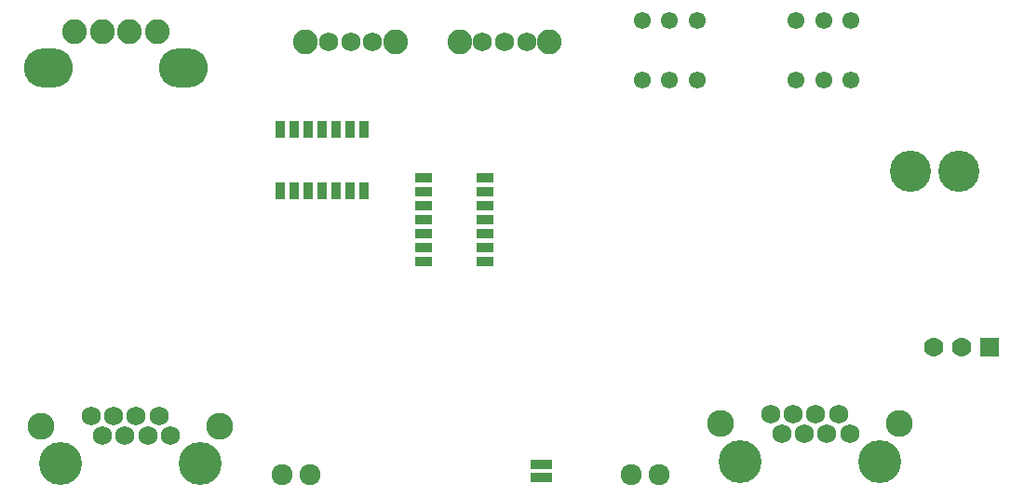
<source format=gbs>
G04 (created by PCBNEW (2013-mar-13)-testing) date Tue 15 Oct 2013 19:00:41 BST*
%MOIN*%
G04 Gerber Fmt 3.4, Leading zero omitted, Abs format*
%FSLAX34Y34*%
G01*
G70*
G90*
G04 APERTURE LIST*
%ADD10C,0.005906*%
%ADD11O,0.175197X0.139764*%
%ADD12C,0.088583*%
%ADD13C,0.068898*%
%ADD14R,0.059843X0.034843*%
%ADD15R,0.034843X0.059843*%
%ADD16C,0.075843*%
%ADD17R,0.021643X0.035443*%
%ADD18C,0.153543*%
%ADD19C,0.068943*%
%ADD20C,0.096457*%
%ADD21C,0.147638*%
%ADD22R,0.069843X0.069843*%
%ADD23C,0.069843*%
%ADD24C,0.061024*%
G04 APERTURE END LIST*
G54D10*
G54D11*
X14074Y-7874D03*
G54D12*
X11181Y-6574D03*
X12165Y-6574D03*
X10196Y-6574D03*
X13149Y-6574D03*
G54D11*
X9271Y-7874D03*
G54D13*
X24803Y-6929D03*
X26377Y-6929D03*
G54D12*
X23976Y-6929D03*
X27204Y-6929D03*
G54D13*
X25590Y-6929D03*
X19291Y-6929D03*
X20866Y-6929D03*
G54D12*
X18464Y-6929D03*
X21692Y-6929D03*
G54D13*
X20078Y-6929D03*
G54D14*
X24879Y-11807D03*
X24879Y-12307D03*
X24879Y-12807D03*
X24879Y-13307D03*
X24879Y-13807D03*
X24879Y-14307D03*
X24879Y-14807D03*
X22679Y-14807D03*
X22679Y-14307D03*
X22679Y-13807D03*
X22679Y-13307D03*
X22679Y-12807D03*
X22679Y-12307D03*
X22679Y-11807D03*
G54D15*
X20555Y-12281D03*
X20055Y-12281D03*
X19555Y-12281D03*
X19055Y-12281D03*
X18555Y-12281D03*
X18055Y-12281D03*
X17555Y-12281D03*
X17555Y-10081D03*
X18055Y-10081D03*
X18555Y-10081D03*
X19055Y-10081D03*
X19555Y-10081D03*
X20055Y-10081D03*
X20555Y-10081D03*
G54D16*
X31129Y-22440D03*
X30129Y-22440D03*
X17610Y-22440D03*
X18610Y-22440D03*
G54D17*
X26614Y-22075D03*
X26811Y-22075D03*
X27008Y-22075D03*
X27205Y-22075D03*
X27205Y-22528D03*
X27008Y-22528D03*
X26811Y-22528D03*
X26614Y-22528D03*
G54D18*
X39035Y-21968D03*
X34035Y-21968D03*
G54D19*
X37940Y-20968D03*
X37539Y-20267D03*
X37137Y-20968D03*
X36736Y-20267D03*
X36334Y-20968D03*
X35933Y-20267D03*
X35531Y-20968D03*
X35129Y-20267D03*
G54D20*
X39736Y-20618D03*
X33334Y-20618D03*
G54D18*
X14704Y-22047D03*
X9704Y-22047D03*
G54D19*
X13610Y-21047D03*
X13208Y-20346D03*
X12807Y-21047D03*
X12405Y-20346D03*
X12003Y-21047D03*
X11602Y-20346D03*
X11200Y-21047D03*
X10799Y-20346D03*
G54D20*
X15405Y-20696D03*
X9003Y-20696D03*
G54D21*
X41850Y-11574D03*
X40118Y-11574D03*
G54D22*
X42958Y-17883D03*
G54D23*
X41958Y-17883D03*
X40958Y-17883D03*
G54D24*
X31505Y-8307D03*
X31505Y-6181D03*
X30521Y-8307D03*
X32490Y-8307D03*
X30521Y-6181D03*
X32490Y-6181D03*
X37007Y-8307D03*
X37007Y-6181D03*
X36023Y-8307D03*
X37992Y-8307D03*
X36023Y-6181D03*
X37992Y-6181D03*
M02*

</source>
